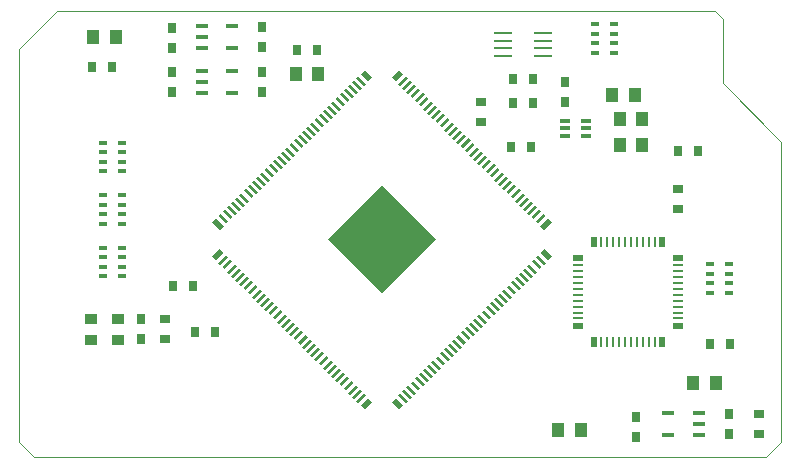
<source format=gtp>
G04 EAGLE Gerber RS-274X export*
G75*
%MOMM*%
%FSLAX34Y34*%
%LPD*%
%INpad maske top*%
%IPPOS*%
%AMOC8*
5,1,8,0,0,1.08239X$1,22.5*%
G01*
%ADD10C,0.000000*%
%ADD11R,1.046000X1.246000*%
%ADD12R,0.800000X0.900000*%
%ADD13R,0.900000X0.800000*%
%ADD14R,0.800000X0.400000*%
%ADD15R,0.880000X0.480000*%
%ADD16R,0.940000X0.240000*%
%ADD17R,0.480000X0.880000*%
%ADD18R,0.240000X0.940000*%
%ADD19R,6.446000X6.446000*%
%ADD20R,0.970000X0.320000*%
%ADD21R,1.540000X0.240000*%
%ADD22R,1.090000X0.440000*%
%ADD23R,1.080000X0.880000*%


D10*
X16510Y0D02*
X3810Y12700D01*
X3810Y345440D01*
X35560Y377190D01*
X593090Y377190D01*
X599440Y370840D01*
X599440Y316230D01*
X648970Y266700D01*
X648970Y12700D01*
X636270Y0D02*
X16510Y0D01*
X636270Y0D02*
X648970Y12700D01*
D11*
X85700Y355600D03*
X66700Y355600D03*
X238150Y323850D03*
X257150Y323850D03*
X593700Y62230D03*
X574700Y62230D03*
X506120Y306070D03*
X525120Y306070D03*
D12*
X466090Y300745D03*
X466090Y317745D03*
D11*
X512470Y285750D03*
X531470Y285750D03*
X512470Y264160D03*
X531470Y264160D03*
D12*
X133350Y326000D03*
X133350Y309000D03*
X209550Y326000D03*
X209550Y309000D03*
X133350Y362830D03*
X133350Y345830D03*
X209550Y364100D03*
X209550Y347100D03*
X65160Y330200D03*
X82160Y330200D03*
X605400Y95250D03*
X588400Y95250D03*
X169790Y105410D03*
X152790Y105410D03*
X150740Y144780D03*
X133740Y144780D03*
D13*
X394970Y300600D03*
X394970Y283600D03*
X561340Y209940D03*
X561340Y226940D03*
D12*
X422030Y320040D03*
X439030Y320040D03*
X422030Y299720D03*
X439030Y299720D03*
X561730Y259080D03*
X578730Y259080D03*
D14*
X74550Y177100D03*
X74550Y169100D03*
X74550Y161100D03*
X74550Y153100D03*
X90550Y153100D03*
X90550Y161100D03*
X90550Y169100D03*
X90550Y177100D03*
X74550Y221550D03*
X74550Y213550D03*
X74550Y205550D03*
X74550Y197550D03*
X90550Y197550D03*
X90550Y205550D03*
X90550Y213550D03*
X90550Y221550D03*
X74550Y266000D03*
X74550Y258000D03*
X74550Y250000D03*
X74550Y242000D03*
X90550Y242000D03*
X90550Y250000D03*
X90550Y258000D03*
X90550Y266000D03*
X491110Y366330D03*
X491110Y358330D03*
X491110Y350330D03*
X491110Y342330D03*
X507110Y342330D03*
X507110Y350330D03*
X507110Y358330D03*
X507110Y366330D03*
D15*
G36*
X177012Y172483D02*
X170790Y166261D01*
X167396Y169655D01*
X173618Y175877D01*
X177012Y172483D01*
G37*
D16*
G36*
X180971Y168946D02*
X174326Y162301D01*
X172629Y163998D01*
X179274Y170643D01*
X180971Y168946D01*
G37*
G36*
X184506Y165411D02*
X177861Y158766D01*
X176164Y160463D01*
X182809Y167108D01*
X184506Y165411D01*
G37*
G36*
X188042Y161875D02*
X181397Y155230D01*
X179700Y156927D01*
X186345Y163572D01*
X188042Y161875D01*
G37*
G36*
X191577Y158340D02*
X184932Y151695D01*
X183235Y153392D01*
X189880Y160037D01*
X191577Y158340D01*
G37*
G36*
X195113Y154804D02*
X188468Y148159D01*
X186771Y149856D01*
X193416Y156501D01*
X195113Y154804D01*
G37*
G36*
X198648Y151269D02*
X192003Y144624D01*
X190306Y146321D01*
X196951Y152966D01*
X198648Y151269D01*
G37*
G36*
X202184Y147733D02*
X195539Y141088D01*
X193842Y142785D01*
X200487Y149430D01*
X202184Y147733D01*
G37*
G36*
X205719Y144198D02*
X199074Y137553D01*
X197377Y139250D01*
X204022Y145895D01*
X205719Y144198D01*
G37*
G36*
X209255Y140662D02*
X202610Y134017D01*
X200913Y135714D01*
X207558Y142359D01*
X209255Y140662D01*
G37*
G36*
X212791Y137127D02*
X206146Y130482D01*
X204449Y132179D01*
X211094Y138824D01*
X212791Y137127D01*
G37*
G36*
X216326Y133591D02*
X209681Y126946D01*
X207984Y128643D01*
X214629Y135288D01*
X216326Y133591D01*
G37*
G36*
X219862Y130055D02*
X213217Y123410D01*
X211520Y125107D01*
X218165Y131752D01*
X219862Y130055D01*
G37*
G36*
X223397Y126520D02*
X216752Y119875D01*
X215055Y121572D01*
X221700Y128217D01*
X223397Y126520D01*
G37*
G36*
X226933Y122984D02*
X220288Y116339D01*
X218591Y118036D01*
X225236Y124681D01*
X226933Y122984D01*
G37*
G36*
X230468Y119449D02*
X223823Y112804D01*
X222126Y114501D01*
X228771Y121146D01*
X230468Y119449D01*
G37*
G36*
X234004Y115913D02*
X227359Y109268D01*
X225662Y110965D01*
X232307Y117610D01*
X234004Y115913D01*
G37*
G36*
X237539Y112378D02*
X230894Y105733D01*
X229197Y107430D01*
X235842Y114075D01*
X237539Y112378D01*
G37*
G36*
X241075Y108842D02*
X234430Y102197D01*
X232733Y103894D01*
X239378Y110539D01*
X241075Y108842D01*
G37*
G36*
X244610Y105307D02*
X237965Y98662D01*
X236268Y100359D01*
X242913Y107004D01*
X244610Y105307D01*
G37*
G36*
X248146Y101771D02*
X241501Y95126D01*
X239804Y96823D01*
X246449Y103468D01*
X248146Y101771D01*
G37*
G36*
X251681Y98236D02*
X245036Y91591D01*
X243339Y93288D01*
X249984Y99933D01*
X251681Y98236D01*
G37*
G36*
X255217Y94700D02*
X248572Y88055D01*
X246875Y89752D01*
X253520Y96397D01*
X255217Y94700D01*
G37*
G36*
X258752Y91165D02*
X252107Y84520D01*
X250410Y86217D01*
X257055Y92862D01*
X258752Y91165D01*
G37*
G36*
X262288Y87629D02*
X255643Y80984D01*
X253946Y82681D01*
X260591Y89326D01*
X262288Y87629D01*
G37*
G36*
X265824Y84094D02*
X259179Y77449D01*
X257482Y79146D01*
X264127Y85791D01*
X265824Y84094D01*
G37*
G36*
X269359Y80558D02*
X262714Y73913D01*
X261017Y75610D01*
X267662Y82255D01*
X269359Y80558D01*
G37*
G36*
X272895Y77022D02*
X266250Y70377D01*
X264553Y72074D01*
X271198Y78719D01*
X272895Y77022D01*
G37*
G36*
X276430Y73487D02*
X269785Y66842D01*
X268088Y68539D01*
X274733Y75184D01*
X276430Y73487D01*
G37*
G36*
X279966Y69951D02*
X273321Y63306D01*
X271624Y65003D01*
X278269Y71648D01*
X279966Y69951D01*
G37*
G36*
X283501Y66416D02*
X276856Y59771D01*
X275159Y61468D01*
X281804Y68113D01*
X283501Y66416D01*
G37*
G36*
X287037Y62880D02*
X280392Y56235D01*
X278695Y57932D01*
X285340Y64577D01*
X287037Y62880D01*
G37*
G36*
X290572Y59345D02*
X283927Y52700D01*
X282230Y54397D01*
X288875Y61042D01*
X290572Y59345D01*
G37*
G36*
X294108Y55809D02*
X287463Y49164D01*
X285766Y50861D01*
X292411Y57506D01*
X294108Y55809D01*
G37*
G36*
X297643Y52274D02*
X290998Y45629D01*
X289301Y47326D01*
X295946Y53971D01*
X297643Y52274D01*
G37*
D15*
G36*
X302877Y46618D02*
X296655Y40396D01*
X293261Y43790D01*
X299483Y50012D01*
X302877Y46618D01*
G37*
D17*
G36*
X329039Y43790D02*
X325645Y40396D01*
X319423Y46618D01*
X322817Y50012D01*
X329039Y43790D01*
G37*
D18*
G36*
X332999Y47326D02*
X331302Y45629D01*
X324657Y52274D01*
X326354Y53971D01*
X332999Y47326D01*
G37*
G36*
X336534Y50861D02*
X334837Y49164D01*
X328192Y55809D01*
X329889Y57506D01*
X336534Y50861D01*
G37*
G36*
X340070Y54397D02*
X338373Y52700D01*
X331728Y59345D01*
X333425Y61042D01*
X340070Y54397D01*
G37*
G36*
X343605Y57932D02*
X341908Y56235D01*
X335263Y62880D01*
X336960Y64577D01*
X343605Y57932D01*
G37*
G36*
X347141Y61468D02*
X345444Y59771D01*
X338799Y66416D01*
X340496Y68113D01*
X347141Y61468D01*
G37*
G36*
X350676Y65003D02*
X348979Y63306D01*
X342334Y69951D01*
X344031Y71648D01*
X350676Y65003D01*
G37*
G36*
X354212Y68539D02*
X352515Y66842D01*
X345870Y73487D01*
X347567Y75184D01*
X354212Y68539D01*
G37*
G36*
X357747Y72074D02*
X356050Y70377D01*
X349405Y77022D01*
X351102Y78719D01*
X357747Y72074D01*
G37*
G36*
X361283Y75610D02*
X359586Y73913D01*
X352941Y80558D01*
X354638Y82255D01*
X361283Y75610D01*
G37*
G36*
X364818Y79146D02*
X363121Y77449D01*
X356476Y84094D01*
X358173Y85791D01*
X364818Y79146D01*
G37*
G36*
X368354Y82681D02*
X366657Y80984D01*
X360012Y87629D01*
X361709Y89326D01*
X368354Y82681D01*
G37*
G36*
X371890Y86217D02*
X370193Y84520D01*
X363548Y91165D01*
X365245Y92862D01*
X371890Y86217D01*
G37*
G36*
X375425Y89752D02*
X373728Y88055D01*
X367083Y94700D01*
X368780Y96397D01*
X375425Y89752D01*
G37*
G36*
X378961Y93288D02*
X377264Y91591D01*
X370619Y98236D01*
X372316Y99933D01*
X378961Y93288D01*
G37*
G36*
X382496Y96823D02*
X380799Y95126D01*
X374154Y101771D01*
X375851Y103468D01*
X382496Y96823D01*
G37*
G36*
X386032Y100359D02*
X384335Y98662D01*
X377690Y105307D01*
X379387Y107004D01*
X386032Y100359D01*
G37*
G36*
X389567Y103894D02*
X387870Y102197D01*
X381225Y108842D01*
X382922Y110539D01*
X389567Y103894D01*
G37*
G36*
X393103Y107430D02*
X391406Y105733D01*
X384761Y112378D01*
X386458Y114075D01*
X393103Y107430D01*
G37*
G36*
X396638Y110965D02*
X394941Y109268D01*
X388296Y115913D01*
X389993Y117610D01*
X396638Y110965D01*
G37*
G36*
X400174Y114501D02*
X398477Y112804D01*
X391832Y119449D01*
X393529Y121146D01*
X400174Y114501D01*
G37*
G36*
X403709Y118036D02*
X402012Y116339D01*
X395367Y122984D01*
X397064Y124681D01*
X403709Y118036D01*
G37*
G36*
X407245Y121572D02*
X405548Y119875D01*
X398903Y126520D01*
X400600Y128217D01*
X407245Y121572D01*
G37*
G36*
X410780Y125107D02*
X409083Y123410D01*
X402438Y130055D01*
X404135Y131752D01*
X410780Y125107D01*
G37*
G36*
X414316Y128643D02*
X412619Y126946D01*
X405974Y133591D01*
X407671Y135288D01*
X414316Y128643D01*
G37*
G36*
X417851Y132179D02*
X416154Y130482D01*
X409509Y137127D01*
X411206Y138824D01*
X417851Y132179D01*
G37*
G36*
X421387Y135714D02*
X419690Y134017D01*
X413045Y140662D01*
X414742Y142359D01*
X421387Y135714D01*
G37*
G36*
X424923Y139250D02*
X423226Y137553D01*
X416581Y144198D01*
X418278Y145895D01*
X424923Y139250D01*
G37*
G36*
X428458Y142785D02*
X426761Y141088D01*
X420116Y147733D01*
X421813Y149430D01*
X428458Y142785D01*
G37*
G36*
X431994Y146321D02*
X430297Y144624D01*
X423652Y151269D01*
X425349Y152966D01*
X431994Y146321D01*
G37*
G36*
X435529Y149856D02*
X433832Y148159D01*
X427187Y154804D01*
X428884Y156501D01*
X435529Y149856D01*
G37*
G36*
X439065Y153392D02*
X437368Y151695D01*
X430723Y158340D01*
X432420Y160037D01*
X439065Y153392D01*
G37*
G36*
X442600Y156927D02*
X440903Y155230D01*
X434258Y161875D01*
X435955Y163572D01*
X442600Y156927D01*
G37*
G36*
X446136Y160463D02*
X444439Y158766D01*
X437794Y165411D01*
X439491Y167108D01*
X446136Y160463D01*
G37*
G36*
X449671Y163998D02*
X447974Y162301D01*
X441329Y168946D01*
X443026Y170643D01*
X449671Y163998D01*
G37*
D17*
G36*
X454904Y169655D02*
X451510Y166261D01*
X445288Y172483D01*
X448682Y175877D01*
X454904Y169655D01*
G37*
D15*
G36*
X454904Y198645D02*
X448682Y192423D01*
X445288Y195817D01*
X451510Y202039D01*
X454904Y198645D01*
G37*
D16*
G36*
X449671Y204302D02*
X443026Y197657D01*
X441329Y199354D01*
X447974Y205999D01*
X449671Y204302D01*
G37*
G36*
X446136Y207837D02*
X439491Y201192D01*
X437794Y202889D01*
X444439Y209534D01*
X446136Y207837D01*
G37*
G36*
X442600Y211373D02*
X435955Y204728D01*
X434258Y206425D01*
X440903Y213070D01*
X442600Y211373D01*
G37*
G36*
X439065Y214908D02*
X432420Y208263D01*
X430723Y209960D01*
X437368Y216605D01*
X439065Y214908D01*
G37*
G36*
X435529Y218444D02*
X428884Y211799D01*
X427187Y213496D01*
X433832Y220141D01*
X435529Y218444D01*
G37*
G36*
X431994Y221979D02*
X425349Y215334D01*
X423652Y217031D01*
X430297Y223676D01*
X431994Y221979D01*
G37*
G36*
X428458Y225515D02*
X421813Y218870D01*
X420116Y220567D01*
X426761Y227212D01*
X428458Y225515D01*
G37*
G36*
X424923Y229050D02*
X418278Y222405D01*
X416581Y224102D01*
X423226Y230747D01*
X424923Y229050D01*
G37*
G36*
X421387Y232586D02*
X414742Y225941D01*
X413045Y227638D01*
X419690Y234283D01*
X421387Y232586D01*
G37*
G36*
X417851Y236121D02*
X411206Y229476D01*
X409509Y231173D01*
X416154Y237818D01*
X417851Y236121D01*
G37*
G36*
X414316Y239657D02*
X407671Y233012D01*
X405974Y234709D01*
X412619Y241354D01*
X414316Y239657D01*
G37*
G36*
X410780Y243193D02*
X404135Y236548D01*
X402438Y238245D01*
X409083Y244890D01*
X410780Y243193D01*
G37*
G36*
X407245Y246728D02*
X400600Y240083D01*
X398903Y241780D01*
X405548Y248425D01*
X407245Y246728D01*
G37*
G36*
X403709Y250264D02*
X397064Y243619D01*
X395367Y245316D01*
X402012Y251961D01*
X403709Y250264D01*
G37*
G36*
X400174Y253799D02*
X393529Y247154D01*
X391832Y248851D01*
X398477Y255496D01*
X400174Y253799D01*
G37*
G36*
X396638Y257335D02*
X389993Y250690D01*
X388296Y252387D01*
X394941Y259032D01*
X396638Y257335D01*
G37*
G36*
X393103Y260870D02*
X386458Y254225D01*
X384761Y255922D01*
X391406Y262567D01*
X393103Y260870D01*
G37*
G36*
X389567Y264406D02*
X382922Y257761D01*
X381225Y259458D01*
X387870Y266103D01*
X389567Y264406D01*
G37*
G36*
X386032Y267941D02*
X379387Y261296D01*
X377690Y262993D01*
X384335Y269638D01*
X386032Y267941D01*
G37*
G36*
X382496Y271477D02*
X375851Y264832D01*
X374154Y266529D01*
X380799Y273174D01*
X382496Y271477D01*
G37*
G36*
X378961Y275012D02*
X372316Y268367D01*
X370619Y270064D01*
X377264Y276709D01*
X378961Y275012D01*
G37*
G36*
X375425Y278548D02*
X368780Y271903D01*
X367083Y273600D01*
X373728Y280245D01*
X375425Y278548D01*
G37*
G36*
X371890Y282083D02*
X365245Y275438D01*
X363548Y277135D01*
X370193Y283780D01*
X371890Y282083D01*
G37*
G36*
X368354Y285619D02*
X361709Y278974D01*
X360012Y280671D01*
X366657Y287316D01*
X368354Y285619D01*
G37*
G36*
X364818Y289154D02*
X358173Y282509D01*
X356476Y284206D01*
X363121Y290851D01*
X364818Y289154D01*
G37*
G36*
X361283Y292690D02*
X354638Y286045D01*
X352941Y287742D01*
X359586Y294387D01*
X361283Y292690D01*
G37*
G36*
X357747Y296226D02*
X351102Y289581D01*
X349405Y291278D01*
X356050Y297923D01*
X357747Y296226D01*
G37*
G36*
X354212Y299761D02*
X347567Y293116D01*
X345870Y294813D01*
X352515Y301458D01*
X354212Y299761D01*
G37*
G36*
X350676Y303297D02*
X344031Y296652D01*
X342334Y298349D01*
X348979Y304994D01*
X350676Y303297D01*
G37*
G36*
X347141Y306832D02*
X340496Y300187D01*
X338799Y301884D01*
X345444Y308529D01*
X347141Y306832D01*
G37*
G36*
X343605Y310368D02*
X336960Y303723D01*
X335263Y305420D01*
X341908Y312065D01*
X343605Y310368D01*
G37*
G36*
X340070Y313903D02*
X333425Y307258D01*
X331728Y308955D01*
X338373Y315600D01*
X340070Y313903D01*
G37*
G36*
X336534Y317439D02*
X329889Y310794D01*
X328192Y312491D01*
X334837Y319136D01*
X336534Y317439D01*
G37*
G36*
X332999Y320974D02*
X326354Y314329D01*
X324657Y316026D01*
X331302Y322671D01*
X332999Y320974D01*
G37*
D15*
G36*
X329039Y324510D02*
X322817Y318288D01*
X319423Y321682D01*
X325645Y327904D01*
X329039Y324510D01*
G37*
D17*
G36*
X302877Y321682D02*
X299483Y318288D01*
X293261Y324510D01*
X296655Y327904D01*
X302877Y321682D01*
G37*
D18*
G36*
X297643Y316026D02*
X295946Y314329D01*
X289301Y320974D01*
X290998Y322671D01*
X297643Y316026D01*
G37*
G36*
X294108Y312491D02*
X292411Y310794D01*
X285766Y317439D01*
X287463Y319136D01*
X294108Y312491D01*
G37*
G36*
X290572Y308955D02*
X288875Y307258D01*
X282230Y313903D01*
X283927Y315600D01*
X290572Y308955D01*
G37*
G36*
X287037Y305420D02*
X285340Y303723D01*
X278695Y310368D01*
X280392Y312065D01*
X287037Y305420D01*
G37*
G36*
X283501Y301884D02*
X281804Y300187D01*
X275159Y306832D01*
X276856Y308529D01*
X283501Y301884D01*
G37*
G36*
X279966Y298349D02*
X278269Y296652D01*
X271624Y303297D01*
X273321Y304994D01*
X279966Y298349D01*
G37*
G36*
X276430Y294813D02*
X274733Y293116D01*
X268088Y299761D01*
X269785Y301458D01*
X276430Y294813D01*
G37*
G36*
X272895Y291278D02*
X271198Y289581D01*
X264553Y296226D01*
X266250Y297923D01*
X272895Y291278D01*
G37*
G36*
X269359Y287742D02*
X267662Y286045D01*
X261017Y292690D01*
X262714Y294387D01*
X269359Y287742D01*
G37*
G36*
X265824Y284206D02*
X264127Y282509D01*
X257482Y289154D01*
X259179Y290851D01*
X265824Y284206D01*
G37*
G36*
X262288Y280671D02*
X260591Y278974D01*
X253946Y285619D01*
X255643Y287316D01*
X262288Y280671D01*
G37*
G36*
X258752Y277135D02*
X257055Y275438D01*
X250410Y282083D01*
X252107Y283780D01*
X258752Y277135D01*
G37*
G36*
X255217Y273600D02*
X253520Y271903D01*
X246875Y278548D01*
X248572Y280245D01*
X255217Y273600D01*
G37*
G36*
X251681Y270064D02*
X249984Y268367D01*
X243339Y275012D01*
X245036Y276709D01*
X251681Y270064D01*
G37*
G36*
X248146Y266529D02*
X246449Y264832D01*
X239804Y271477D01*
X241501Y273174D01*
X248146Y266529D01*
G37*
G36*
X244610Y262993D02*
X242913Y261296D01*
X236268Y267941D01*
X237965Y269638D01*
X244610Y262993D01*
G37*
G36*
X241075Y259458D02*
X239378Y257761D01*
X232733Y264406D01*
X234430Y266103D01*
X241075Y259458D01*
G37*
G36*
X237539Y255922D02*
X235842Y254225D01*
X229197Y260870D01*
X230894Y262567D01*
X237539Y255922D01*
G37*
G36*
X234004Y252387D02*
X232307Y250690D01*
X225662Y257335D01*
X227359Y259032D01*
X234004Y252387D01*
G37*
G36*
X230468Y248851D02*
X228771Y247154D01*
X222126Y253799D01*
X223823Y255496D01*
X230468Y248851D01*
G37*
G36*
X226933Y245316D02*
X225236Y243619D01*
X218591Y250264D01*
X220288Y251961D01*
X226933Y245316D01*
G37*
G36*
X223397Y241780D02*
X221700Y240083D01*
X215055Y246728D01*
X216752Y248425D01*
X223397Y241780D01*
G37*
G36*
X219862Y238245D02*
X218165Y236548D01*
X211520Y243193D01*
X213217Y244890D01*
X219862Y238245D01*
G37*
G36*
X216326Y234709D02*
X214629Y233012D01*
X207984Y239657D01*
X209681Y241354D01*
X216326Y234709D01*
G37*
G36*
X212791Y231173D02*
X211094Y229476D01*
X204449Y236121D01*
X206146Y237818D01*
X212791Y231173D01*
G37*
G36*
X209255Y227638D02*
X207558Y225941D01*
X200913Y232586D01*
X202610Y234283D01*
X209255Y227638D01*
G37*
G36*
X205719Y224102D02*
X204022Y222405D01*
X197377Y229050D01*
X199074Y230747D01*
X205719Y224102D01*
G37*
G36*
X202184Y220567D02*
X200487Y218870D01*
X193842Y225515D01*
X195539Y227212D01*
X202184Y220567D01*
G37*
G36*
X198648Y217031D02*
X196951Y215334D01*
X190306Y221979D01*
X192003Y223676D01*
X198648Y217031D01*
G37*
G36*
X195113Y213496D02*
X193416Y211799D01*
X186771Y218444D01*
X188468Y220141D01*
X195113Y213496D01*
G37*
G36*
X191577Y209960D02*
X189880Y208263D01*
X183235Y214908D01*
X184932Y216605D01*
X191577Y209960D01*
G37*
G36*
X188042Y206425D02*
X186345Y204728D01*
X179700Y211373D01*
X181397Y213070D01*
X188042Y206425D01*
G37*
G36*
X184506Y202889D02*
X182809Y201192D01*
X176164Y207837D01*
X177861Y209534D01*
X184506Y202889D01*
G37*
G36*
X180971Y199354D02*
X179274Y197657D01*
X172629Y204302D01*
X174326Y205999D01*
X180971Y199354D01*
G37*
D17*
G36*
X177012Y195817D02*
X173618Y192423D01*
X167396Y198645D01*
X170790Y202039D01*
X177012Y195817D01*
G37*
D19*
G36*
X356730Y184150D02*
X311150Y138570D01*
X265570Y184150D01*
X311150Y229730D01*
X356730Y184150D01*
G37*
D15*
X476930Y168700D03*
D16*
X476930Y162200D03*
X476930Y157200D03*
X476930Y152200D03*
X476930Y147200D03*
X476930Y142200D03*
X476930Y137200D03*
X476930Y132200D03*
X476930Y127200D03*
X476930Y122200D03*
X476930Y117200D03*
D15*
X476930Y110700D03*
D17*
X490430Y97200D03*
D18*
X496930Y97200D03*
X501930Y97200D03*
X506930Y97200D03*
X511930Y97200D03*
X516930Y97200D03*
X521930Y97200D03*
X526930Y97200D03*
X531930Y97200D03*
X536930Y97200D03*
X541930Y97200D03*
D17*
X548430Y97200D03*
D15*
X561930Y110700D03*
D16*
X561930Y117200D03*
X561930Y122200D03*
X561930Y127200D03*
X561930Y132200D03*
X561930Y137200D03*
X561930Y142200D03*
X561930Y147200D03*
X561930Y152200D03*
X561930Y157200D03*
X561930Y162200D03*
D15*
X561930Y168700D03*
D17*
X548430Y182200D03*
D18*
X541930Y182200D03*
X536930Y182200D03*
X531930Y182200D03*
X526930Y182200D03*
X521930Y182200D03*
X516930Y182200D03*
X511930Y182200D03*
X506930Y182200D03*
X501930Y182200D03*
X496930Y182200D03*
D17*
X490430Y182200D03*
D20*
X465730Y284630D03*
X465730Y278130D03*
X465730Y271630D03*
X484230Y271630D03*
X484230Y278130D03*
X484230Y284630D03*
D21*
X413530Y339500D03*
X413530Y346000D03*
X413530Y352500D03*
X413530Y359000D03*
X447530Y339500D03*
X447530Y346000D03*
X447530Y352500D03*
X447530Y359000D03*
D22*
X158449Y327000D03*
X158449Y317500D03*
X158449Y308000D03*
X184451Y308000D03*
X184451Y327000D03*
X158449Y365100D03*
X158449Y355600D03*
X158449Y346100D03*
X184451Y346100D03*
X184451Y365100D03*
D12*
X256150Y344170D03*
X239150Y344170D03*
X106680Y99450D03*
X106680Y116450D03*
D13*
X127000Y116450D03*
X127000Y99450D03*
D14*
X588900Y163130D03*
X588900Y155130D03*
X588900Y147130D03*
X588900Y139130D03*
X604900Y139130D03*
X604900Y147130D03*
X604900Y155130D03*
X604900Y163130D03*
D23*
X87700Y98950D03*
X64700Y116950D03*
X64700Y98950D03*
X87700Y116950D03*
D22*
X579421Y18440D03*
X579421Y27940D03*
X579421Y37440D03*
X553419Y37440D03*
X553419Y18440D03*
D12*
X604520Y19440D03*
X604520Y36440D03*
X525780Y16900D03*
X525780Y33900D03*
D13*
X629920Y36440D03*
X629920Y19440D03*
D11*
X479400Y22860D03*
X460400Y22860D03*
D12*
X437125Y262255D03*
X420125Y262255D03*
M02*

</source>
